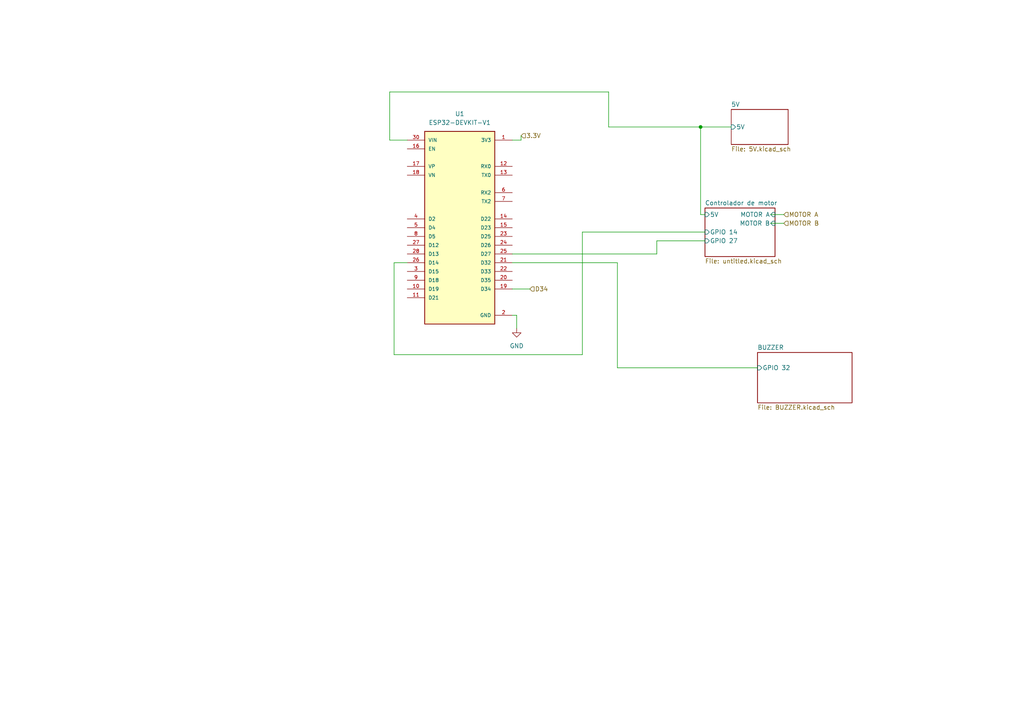
<source format=kicad_sch>
(kicad_sch
	(version 20250114)
	(generator "eeschema")
	(generator_version "9.0")
	(uuid "315e0a2c-fa2b-47b9-9379-a0107ecfaa24")
	(paper "A4")
	(lib_symbols
		(symbol "ESP32-DEVKIT-V1:ESP32-DEVKIT-V1"
			(pin_names
				(offset 1.016)
			)
			(exclude_from_sim no)
			(in_bom yes)
			(on_board yes)
			(property "Reference" "U"
				(at -10.16 30.48 0)
				(effects
					(font
						(size 1.27 1.27)
					)
					(justify left top)
				)
			)
			(property "Value" "ESP32-DEVKIT-V1"
				(at -10.16 -30.48 0)
				(effects
					(font
						(size 1.27 1.27)
					)
					(justify left bottom)
				)
			)
			(property "Footprint" "ESP32-DEVKIT-V1:MODULE_ESP32_DEVKIT_V1"
				(at 0 0 0)
				(effects
					(font
						(size 1.27 1.27)
					)
					(justify bottom)
					(hide yes)
				)
			)
			(property "Datasheet" ""
				(at 0 0 0)
				(effects
					(font
						(size 1.27 1.27)
					)
					(hide yes)
				)
			)
			(property "Description" ""
				(at 0 0 0)
				(effects
					(font
						(size 1.27 1.27)
					)
					(hide yes)
				)
			)
			(property "MF" "Do it"
				(at 0 0 0)
				(effects
					(font
						(size 1.27 1.27)
					)
					(justify bottom)
					(hide yes)
				)
			)
			(property "MAXIMUM_PACKAGE_HEIGHT" "6.8 mm"
				(at 0 0 0)
				(effects
					(font
						(size 1.27 1.27)
					)
					(justify bottom)
					(hide yes)
				)
			)
			(property "Package" "None"
				(at 0 0 0)
				(effects
					(font
						(size 1.27 1.27)
					)
					(justify bottom)
					(hide yes)
				)
			)
			(property "Price" "None"
				(at 0 0 0)
				(effects
					(font
						(size 1.27 1.27)
					)
					(justify bottom)
					(hide yes)
				)
			)
			(property "Check_prices" "https://www.snapeda.com/parts/ESP32-DEVKIT-V1/Do+it/view-part/?ref=eda"
				(at 0 0 0)
				(effects
					(font
						(size 1.27 1.27)
					)
					(justify bottom)
					(hide yes)
				)
			)
			(property "STANDARD" "Manufacturer Recommendations"
				(at 0 0 0)
				(effects
					(font
						(size 1.27 1.27)
					)
					(justify bottom)
					(hide yes)
				)
			)
			(property "PARTREV" "N/A"
				(at 0 0 0)
				(effects
					(font
						(size 1.27 1.27)
					)
					(justify bottom)
					(hide yes)
				)
			)
			(property "SnapEDA_Link" "https://www.snapeda.com/parts/ESP32-DEVKIT-V1/Do+it/view-part/?ref=snap"
				(at 0 0 0)
				(effects
					(font
						(size 1.27 1.27)
					)
					(justify bottom)
					(hide yes)
				)
			)
			(property "MP" "ESP32-DEVKIT-V1"
				(at 0 0 0)
				(effects
					(font
						(size 1.27 1.27)
					)
					(justify bottom)
					(hide yes)
				)
			)
			(property "Description_1" "Dual core, Wi-Fi: 2.4 GHz up to 150 Mbits/s,BLE (Bluetooth Low Energy) and legacy Bluetooth, 32 bits, Up to 240 MHz"
				(at 0 0 0)
				(effects
					(font
						(size 1.27 1.27)
					)
					(justify bottom)
					(hide yes)
				)
			)
			(property "Availability" "Not in stock"
				(at 0 0 0)
				(effects
					(font
						(size 1.27 1.27)
					)
					(justify bottom)
					(hide yes)
				)
			)
			(property "MANUFACTURER" "DOIT"
				(at 0 0 0)
				(effects
					(font
						(size 1.27 1.27)
					)
					(justify bottom)
					(hide yes)
				)
			)
			(symbol "ESP32-DEVKIT-V1_0_0"
				(rectangle
					(start -10.16 -27.94)
					(end 10.16 27.94)
					(stroke
						(width 0.254)
						(type default)
					)
					(fill
						(type background)
					)
				)
				(pin input line
					(at -15.24 25.4 0)
					(length 5.08)
					(name "VIN"
						(effects
							(font
								(size 1.016 1.016)
							)
						)
					)
					(number "30"
						(effects
							(font
								(size 1.016 1.016)
							)
						)
					)
				)
				(pin input line
					(at -15.24 22.86 0)
					(length 5.08)
					(name "EN"
						(effects
							(font
								(size 1.016 1.016)
							)
						)
					)
					(number "16"
						(effects
							(font
								(size 1.016 1.016)
							)
						)
					)
				)
				(pin bidirectional line
					(at -15.24 17.78 0)
					(length 5.08)
					(name "VP"
						(effects
							(font
								(size 1.016 1.016)
							)
						)
					)
					(number "17"
						(effects
							(font
								(size 1.016 1.016)
							)
						)
					)
				)
				(pin bidirectional line
					(at -15.24 15.24 0)
					(length 5.08)
					(name "VN"
						(effects
							(font
								(size 1.016 1.016)
							)
						)
					)
					(number "18"
						(effects
							(font
								(size 1.016 1.016)
							)
						)
					)
				)
				(pin bidirectional line
					(at -15.24 2.54 0)
					(length 5.08)
					(name "D2"
						(effects
							(font
								(size 1.016 1.016)
							)
						)
					)
					(number "4"
						(effects
							(font
								(size 1.016 1.016)
							)
						)
					)
				)
				(pin bidirectional line
					(at -15.24 0 0)
					(length 5.08)
					(name "D4"
						(effects
							(font
								(size 1.016 1.016)
							)
						)
					)
					(number "5"
						(effects
							(font
								(size 1.016 1.016)
							)
						)
					)
				)
				(pin bidirectional line
					(at -15.24 -2.54 0)
					(length 5.08)
					(name "D5"
						(effects
							(font
								(size 1.016 1.016)
							)
						)
					)
					(number "8"
						(effects
							(font
								(size 1.016 1.016)
							)
						)
					)
				)
				(pin bidirectional line
					(at -15.24 -5.08 0)
					(length 5.08)
					(name "D12"
						(effects
							(font
								(size 1.016 1.016)
							)
						)
					)
					(number "27"
						(effects
							(font
								(size 1.016 1.016)
							)
						)
					)
				)
				(pin bidirectional line
					(at -15.24 -7.62 0)
					(length 5.08)
					(name "D13"
						(effects
							(font
								(size 1.016 1.016)
							)
						)
					)
					(number "28"
						(effects
							(font
								(size 1.016 1.016)
							)
						)
					)
				)
				(pin bidirectional line
					(at -15.24 -10.16 0)
					(length 5.08)
					(name "D14"
						(effects
							(font
								(size 1.016 1.016)
							)
						)
					)
					(number "26"
						(effects
							(font
								(size 1.016 1.016)
							)
						)
					)
				)
				(pin bidirectional line
					(at -15.24 -12.7 0)
					(length 5.08)
					(name "D15"
						(effects
							(font
								(size 1.016 1.016)
							)
						)
					)
					(number "3"
						(effects
							(font
								(size 1.016 1.016)
							)
						)
					)
				)
				(pin bidirectional line
					(at -15.24 -15.24 0)
					(length 5.08)
					(name "D18"
						(effects
							(font
								(size 1.016 1.016)
							)
						)
					)
					(number "9"
						(effects
							(font
								(size 1.016 1.016)
							)
						)
					)
				)
				(pin bidirectional line
					(at -15.24 -17.78 0)
					(length 5.08)
					(name "D19"
						(effects
							(font
								(size 1.016 1.016)
							)
						)
					)
					(number "10"
						(effects
							(font
								(size 1.016 1.016)
							)
						)
					)
				)
				(pin bidirectional line
					(at -15.24 -20.32 0)
					(length 5.08)
					(name "D21"
						(effects
							(font
								(size 1.016 1.016)
							)
						)
					)
					(number "11"
						(effects
							(font
								(size 1.016 1.016)
							)
						)
					)
				)
				(pin output line
					(at 15.24 25.4 180)
					(length 5.08)
					(name "3V3"
						(effects
							(font
								(size 1.016 1.016)
							)
						)
					)
					(number "1"
						(effects
							(font
								(size 1.016 1.016)
							)
						)
					)
				)
				(pin input line
					(at 15.24 17.78 180)
					(length 5.08)
					(name "RX0"
						(effects
							(font
								(size 1.016 1.016)
							)
						)
					)
					(number "12"
						(effects
							(font
								(size 1.016 1.016)
							)
						)
					)
				)
				(pin output line
					(at 15.24 15.24 180)
					(length 5.08)
					(name "TX0"
						(effects
							(font
								(size 1.016 1.016)
							)
						)
					)
					(number "13"
						(effects
							(font
								(size 1.016 1.016)
							)
						)
					)
				)
				(pin input line
					(at 15.24 10.16 180)
					(length 5.08)
					(name "RX2"
						(effects
							(font
								(size 1.016 1.016)
							)
						)
					)
					(number "6"
						(effects
							(font
								(size 1.016 1.016)
							)
						)
					)
				)
				(pin output line
					(at 15.24 7.62 180)
					(length 5.08)
					(name "TX2"
						(effects
							(font
								(size 1.016 1.016)
							)
						)
					)
					(number "7"
						(effects
							(font
								(size 1.016 1.016)
							)
						)
					)
				)
				(pin bidirectional line
					(at 15.24 2.54 180)
					(length 5.08)
					(name "D22"
						(effects
							(font
								(size 1.016 1.016)
							)
						)
					)
					(number "14"
						(effects
							(font
								(size 1.016 1.016)
							)
						)
					)
				)
				(pin bidirectional line
					(at 15.24 0 180)
					(length 5.08)
					(name "D23"
						(effects
							(font
								(size 1.016 1.016)
							)
						)
					)
					(number "15"
						(effects
							(font
								(size 1.016 1.016)
							)
						)
					)
				)
				(pin bidirectional line
					(at 15.24 -2.54 180)
					(length 5.08)
					(name "D25"
						(effects
							(font
								(size 1.016 1.016)
							)
						)
					)
					(number "23"
						(effects
							(font
								(size 1.016 1.016)
							)
						)
					)
				)
				(pin bidirectional line
					(at 15.24 -5.08 180)
					(length 5.08)
					(name "D26"
						(effects
							(font
								(size 1.016 1.016)
							)
						)
					)
					(number "24"
						(effects
							(font
								(size 1.016 1.016)
							)
						)
					)
				)
				(pin bidirectional line
					(at 15.24 -7.62 180)
					(length 5.08)
					(name "D27"
						(effects
							(font
								(size 1.016 1.016)
							)
						)
					)
					(number "25"
						(effects
							(font
								(size 1.016 1.016)
							)
						)
					)
				)
				(pin bidirectional line
					(at 15.24 -10.16 180)
					(length 5.08)
					(name "D32"
						(effects
							(font
								(size 1.016 1.016)
							)
						)
					)
					(number "21"
						(effects
							(font
								(size 1.016 1.016)
							)
						)
					)
				)
				(pin bidirectional line
					(at 15.24 -12.7 180)
					(length 5.08)
					(name "D33"
						(effects
							(font
								(size 1.016 1.016)
							)
						)
					)
					(number "22"
						(effects
							(font
								(size 1.016 1.016)
							)
						)
					)
				)
				(pin bidirectional line
					(at 15.24 -15.24 180)
					(length 5.08)
					(name "D35"
						(effects
							(font
								(size 1.016 1.016)
							)
						)
					)
					(number "20"
						(effects
							(font
								(size 1.016 1.016)
							)
						)
					)
				)
				(pin bidirectional line
					(at 15.24 -17.78 180)
					(length 5.08)
					(name "D34"
						(effects
							(font
								(size 1.016 1.016)
							)
						)
					)
					(number "19"
						(effects
							(font
								(size 1.016 1.016)
							)
						)
					)
				)
				(pin power_in line
					(at 15.24 -25.4 180)
					(length 5.08)
					(name "GND"
						(effects
							(font
								(size 1.016 1.016)
							)
						)
					)
					(number "2"
						(effects
							(font
								(size 1.016 1.016)
							)
						)
					)
				)
				(pin power_in line
					(at 15.24 -25.4 180)
					(length 5.08)
					(hide yes)
					(name "GND"
						(effects
							(font
								(size 1.016 1.016)
							)
						)
					)
					(number "29"
						(effects
							(font
								(size 1.016 1.016)
							)
						)
					)
				)
			)
			(embedded_fonts no)
		)
		(symbol "power:GND"
			(power)
			(pin_numbers
				(hide yes)
			)
			(pin_names
				(offset 0)
				(hide yes)
			)
			(exclude_from_sim no)
			(in_bom yes)
			(on_board yes)
			(property "Reference" "#PWR"
				(at 0 -6.35 0)
				(effects
					(font
						(size 1.27 1.27)
					)
					(hide yes)
				)
			)
			(property "Value" "GND"
				(at 0 -3.81 0)
				(effects
					(font
						(size 1.27 1.27)
					)
				)
			)
			(property "Footprint" ""
				(at 0 0 0)
				(effects
					(font
						(size 1.27 1.27)
					)
					(hide yes)
				)
			)
			(property "Datasheet" ""
				(at 0 0 0)
				(effects
					(font
						(size 1.27 1.27)
					)
					(hide yes)
				)
			)
			(property "Description" "Power symbol creates a global label with name \"GND\" , ground"
				(at 0 0 0)
				(effects
					(font
						(size 1.27 1.27)
					)
					(hide yes)
				)
			)
			(property "ki_keywords" "global power"
				(at 0 0 0)
				(effects
					(font
						(size 1.27 1.27)
					)
					(hide yes)
				)
			)
			(symbol "GND_0_1"
				(polyline
					(pts
						(xy 0 0) (xy 0 -1.27) (xy 1.27 -1.27) (xy 0 -2.54) (xy -1.27 -1.27) (xy 0 -1.27)
					)
					(stroke
						(width 0)
						(type default)
					)
					(fill
						(type none)
					)
				)
			)
			(symbol "GND_1_1"
				(pin power_in line
					(at 0 0 270)
					(length 0)
					(name "~"
						(effects
							(font
								(size 1.27 1.27)
							)
						)
					)
					(number "1"
						(effects
							(font
								(size 1.27 1.27)
							)
						)
					)
				)
			)
			(embedded_fonts no)
		)
	)
	(junction
		(at 203.2 36.83)
		(diameter 0)
		(color 0 0 0 0)
		(uuid "c7585976-8164-4c2c-b786-a48411cc0f5e")
	)
	(wire
		(pts
			(xy 190.5 73.66) (xy 148.59 73.66)
		)
		(stroke
			(width 0)
			(type default)
		)
		(uuid "0f3b483d-cd7d-44f6-ad9f-b6c3e1e43f55")
	)
	(wire
		(pts
			(xy 148.59 91.44) (xy 149.86 91.44)
		)
		(stroke
			(width 0)
			(type default)
		)
		(uuid "2b5bfec3-68f9-445f-be9c-86775ee80f5a")
	)
	(wire
		(pts
			(xy 149.86 91.44) (xy 149.86 95.25)
		)
		(stroke
			(width 0)
			(type default)
		)
		(uuid "311b7e0e-3fef-4fa5-add8-86d92c7be26b")
	)
	(wire
		(pts
			(xy 168.91 102.87) (xy 114.3 102.87)
		)
		(stroke
			(width 0)
			(type default)
		)
		(uuid "32da2e1b-051e-4873-b07e-67b031a362f2")
	)
	(wire
		(pts
			(xy 148.59 76.2) (xy 179.07 76.2)
		)
		(stroke
			(width 0)
			(type default)
		)
		(uuid "48ef774f-b88a-4a9c-8632-3b80bc5a14fd")
	)
	(wire
		(pts
			(xy 179.07 76.2) (xy 179.07 106.68)
		)
		(stroke
			(width 0)
			(type default)
		)
		(uuid "4b7a699f-d36e-4efa-834f-665cd2472fa5")
	)
	(wire
		(pts
			(xy 113.03 26.67) (xy 113.03 40.64)
		)
		(stroke
			(width 0)
			(type default)
		)
		(uuid "5297d503-c422-4d12-bbd8-ed9bf37b3a3a")
	)
	(wire
		(pts
			(xy 176.53 36.83) (xy 176.53 26.67)
		)
		(stroke
			(width 0)
			(type default)
		)
		(uuid "529dd67c-01d4-44e2-9085-d1243099a27a")
	)
	(wire
		(pts
			(xy 204.47 62.23) (xy 203.2 62.23)
		)
		(stroke
			(width 0)
			(type default)
		)
		(uuid "5324c449-0c91-444f-8a7f-13ad46ed17c9")
	)
	(wire
		(pts
			(xy 176.53 26.67) (xy 113.03 26.67)
		)
		(stroke
			(width 0)
			(type default)
		)
		(uuid "57e84beb-4ee0-4522-aa0e-72f11247857b")
	)
	(wire
		(pts
			(xy 190.5 69.85) (xy 190.5 73.66)
		)
		(stroke
			(width 0)
			(type default)
		)
		(uuid "6d9ff424-84ea-4b87-862b-5f1e020c27ec")
	)
	(wire
		(pts
			(xy 204.47 69.85) (xy 190.5 69.85)
		)
		(stroke
			(width 0)
			(type default)
		)
		(uuid "6dadabb7-0cce-4dfb-a812-2a14d4c8ddab")
	)
	(wire
		(pts
			(xy 203.2 62.23) (xy 203.2 36.83)
		)
		(stroke
			(width 0)
			(type default)
		)
		(uuid "86e695a1-6b6f-4106-a6f5-4ea84601fd14")
	)
	(wire
		(pts
			(xy 148.59 83.82) (xy 153.67 83.82)
		)
		(stroke
			(width 0)
			(type default)
		)
		(uuid "909be7a4-3e63-4a08-bd4f-6ab330296b06")
	)
	(wire
		(pts
			(xy 212.09 36.83) (xy 203.2 36.83)
		)
		(stroke
			(width 0)
			(type default)
		)
		(uuid "90e13768-02b4-48b3-95f3-5ba4b5cfab97")
	)
	(wire
		(pts
			(xy 179.07 106.68) (xy 219.71 106.68)
		)
		(stroke
			(width 0)
			(type default)
		)
		(uuid "92f71763-9e99-45f7-820e-ae7f0933a905")
	)
	(wire
		(pts
			(xy 168.91 67.31) (xy 168.91 102.87)
		)
		(stroke
			(width 0)
			(type default)
		)
		(uuid "9704f1de-0c2d-45cf-a9b5-1c540c250107")
	)
	(wire
		(pts
			(xy 203.2 36.83) (xy 176.53 36.83)
		)
		(stroke
			(width 0)
			(type default)
		)
		(uuid "a4b9f5fd-6fa8-49a0-b684-903e840c691c")
	)
	(wire
		(pts
			(xy 113.03 40.64) (xy 118.11 40.64)
		)
		(stroke
			(width 0)
			(type default)
		)
		(uuid "b350ce34-8843-4f8a-9c3f-f11e045e7396")
	)
	(wire
		(pts
			(xy 223.52 62.23) (xy 227.33 62.23)
		)
		(stroke
			(width 0)
			(type default)
		)
		(uuid "b387f288-9c0f-4da7-8b0b-024cd2d54f24")
	)
	(wire
		(pts
			(xy 223.52 64.77) (xy 227.33 64.77)
		)
		(stroke
			(width 0)
			(type default)
		)
		(uuid "b8585f98-71cd-4e6d-88b3-f4df54f4a1d8")
	)
	(wire
		(pts
			(xy 204.47 67.31) (xy 168.91 67.31)
		)
		(stroke
			(width 0)
			(type default)
		)
		(uuid "cbaa7dc6-802f-4bef-8dd7-f493ca3d77c1")
	)
	(wire
		(pts
			(xy 114.3 76.2) (xy 118.11 76.2)
		)
		(stroke
			(width 0)
			(type default)
		)
		(uuid "d6bd9a85-2f34-4966-a113-58782d3dd001")
	)
	(wire
		(pts
			(xy 114.3 102.87) (xy 114.3 76.2)
		)
		(stroke
			(width 0)
			(type default)
		)
		(uuid "e9390a1a-489e-4bc3-b28e-c8a1ea4b542e")
	)
	(wire
		(pts
			(xy 151.13 40.64) (xy 151.13 39.37)
		)
		(stroke
			(width 0)
			(type default)
		)
		(uuid "fbe3ff3f-3796-4feb-8eed-c79ba98d0085")
	)
	(wire
		(pts
			(xy 148.59 40.64) (xy 151.13 40.64)
		)
		(stroke
			(width 0)
			(type default)
		)
		(uuid "fde0277e-89ea-4930-b79a-0ceba5b0509f")
	)
	(hierarchical_label "D34"
		(shape input)
		(at 153.67 83.82 0)
		(effects
			(font
				(size 1.27 1.27)
			)
			(justify left)
		)
		(uuid "00c1d251-74ff-4caa-8591-673649c09b22")
	)
	(hierarchical_label "MOTOR A"
		(shape input)
		(at 227.33 62.23 0)
		(effects
			(font
				(size 1.27 1.27)
			)
			(justify left)
		)
		(uuid "748aae23-7b8a-4e4e-aad5-b576d1a69490")
	)
	(hierarchical_label "3.3V"
		(shape input)
		(at 151.13 39.37 0)
		(effects
			(font
				(size 1.27 1.27)
			)
			(justify left)
		)
		(uuid "8b9a3b73-1cb6-4273-8614-c00283773d69")
	)
	(hierarchical_label "MOTOR B"
		(shape input)
		(at 227.33 64.77 0)
		(effects
			(font
				(size 1.27 1.27)
			)
			(justify left)
		)
		(uuid "b55a90e1-b390-4496-9562-bd26ddef3d83")
	)
	(symbol
		(lib_id "power:GND")
		(at 149.86 95.25 0)
		(mirror y)
		(unit 1)
		(exclude_from_sim no)
		(in_bom yes)
		(on_board yes)
		(dnp no)
		(fields_autoplaced yes)
		(uuid "1bdc0853-474c-43da-82fc-e8404b741354")
		(property "Reference" "#PWR017"
			(at 149.86 101.6 0)
			(effects
				(font
					(size 1.27 1.27)
				)
				(hide yes)
			)
		)
		(property "Value" "GND"
			(at 149.86 100.33 0)
			(effects
				(font
					(size 1.27 1.27)
				)
			)
		)
		(property "Footprint" ""
			(at 149.86 95.25 0)
			(effects
				(font
					(size 1.27 1.27)
				)
				(hide yes)
			)
		)
		(property "Datasheet" ""
			(at 149.86 95.25 0)
			(effects
				(font
					(size 1.27 1.27)
				)
				(hide yes)
			)
		)
		(property "Description" "Power symbol creates a global label with name \"GND\" , ground"
			(at 149.86 95.25 0)
			(effects
				(font
					(size 1.27 1.27)
				)
				(hide yes)
			)
		)
		(pin "1"
			(uuid "d6396698-fbc3-4d64-8ffd-86aacd8da4f9")
		)
		(instances
			(project "Mano"
				(path "/6a2a9fca-79fe-498d-bfd5-926b250faf65/280e6bf0-7e20-4f19-86d2-dbb487803ee9"
					(reference "#PWR017")
					(unit 1)
				)
			)
		)
	)
	(symbol
		(lib_id "ESP32-DEVKIT-V1:ESP32-DEVKIT-V1")
		(at 133.35 66.04 0)
		(unit 1)
		(exclude_from_sim no)
		(in_bom yes)
		(on_board yes)
		(dnp no)
		(fields_autoplaced yes)
		(uuid "a74fd929-4399-45da-ac1d-44adf8a8f45b")
		(property "Reference" "U1"
			(at 133.35 33.02 0)
			(effects
				(font
					(size 1.27 1.27)
				)
			)
		)
		(property "Value" "ESP32-DEVKIT-V1"
			(at 133.35 35.56 0)
			(effects
				(font
					(size 1.27 1.27)
				)
			)
		)
		(property "Footprint" "ESP32-DEVKIT-V1:MODULE_ESP32_DEVKIT_V1"
			(at 133.35 66.04 0)
			(effects
				(font
					(size 1.27 1.27)
				)
				(justify bottom)
				(hide yes)
			)
		)
		(property "Datasheet" ""
			(at 133.35 66.04 0)
			(effects
				(font
					(size 1.27 1.27)
				)
				(hide yes)
			)
		)
		(property "Description" ""
			(at 133.35 66.04 0)
			(effects
				(font
					(size 1.27 1.27)
				)
				(hide yes)
			)
		)
		(property "MF" "Do it"
			(at 133.35 66.04 0)
			(effects
				(font
					(size 1.27 1.27)
				)
				(justify bottom)
				(hide yes)
			)
		)
		(property "MAXIMUM_PACKAGE_HEIGHT" "6.8 mm"
			(at 133.35 66.04 0)
			(effects
				(font
					(size 1.27 1.27)
				)
				(justify bottom)
				(hide yes)
			)
		)
		(property "Package" "None"
			(at 133.35 66.04 0)
			(effects
				(font
					(size 1.27 1.27)
				)
				(justify bottom)
				(hide yes)
			)
		)
		(property "Price" "None"
			(at 133.35 66.04 0)
			(effects
				(font
					(size 1.27 1.27)
				)
				(justify bottom)
				(hide yes)
			)
		)
		(property "Check_prices" "https://www.snapeda.com/parts/ESP32-DEVKIT-V1/Do+it/view-part/?ref=eda"
			(at 133.35 66.04 0)
			(effects
				(font
					(size 1.27 1.27)
				)
				(justify bottom)
				(hide yes)
			)
		)
		(property "STANDARD" "Manufacturer Recommendations"
			(at 133.35 66.04 0)
			(effects
				(font
					(size 1.27 1.27)
				)
				(justify bottom)
				(hide yes)
			)
		)
		(property "PARTREV" "N/A"
			(at 133.35 66.04 0)
			(effects
				(font
					(size 1.27 1.27)
				)
				(justify bottom)
				(hide yes)
			)
		)
		(property "SnapEDA_Link" "https://www.snapeda.com/parts/ESP32-DEVKIT-V1/Do+it/view-part/?ref=snap"
			(at 133.35 66.04 0)
			(effects
				(font
					(size 1.27 1.27)
				)
				(justify bottom)
				(hide yes)
			)
		)
		(property "MP" "ESP32-DEVKIT-V1"
			(at 133.35 66.04 0)
			(effects
				(font
					(size 1.27 1.27)
				)
				(justify bottom)
				(hide yes)
			)
		)
		(property "Description_1" "Dual core, Wi-Fi: 2.4 GHz up to 150 Mbits/s,BLE (Bluetooth Low Energy) and legacy Bluetooth, 32 bits, Up to 240 MHz"
			(at 133.35 66.04 0)
			(effects
				(font
					(size 1.27 1.27)
				)
				(justify bottom)
				(hide yes)
			)
		)
		(property "Availability" "Not in stock"
			(at 133.35 66.04 0)
			(effects
				(font
					(size 1.27 1.27)
				)
				(justify bottom)
				(hide yes)
			)
		)
		(property "MANUFACTURER" "DOIT"
			(at 133.35 66.04 0)
			(effects
				(font
					(size 1.27 1.27)
				)
				(justify bottom)
				(hide yes)
			)
		)
		(pin "16"
			(uuid "9333fb5b-f053-4ff3-acc1-74d1d6d1e04a")
		)
		(pin "30"
			(uuid "36865c4c-4884-4bd5-8b62-ad17242ca476")
		)
		(pin "17"
			(uuid "fa0c7241-184f-41be-9887-ce53ba36035d")
		)
		(pin "4"
			(uuid "d5aee906-df2d-46ae-b116-e5f9aa3898dc")
		)
		(pin "27"
			(uuid "6adad574-5fac-42e4-968d-bc35b7c57156")
		)
		(pin "5"
			(uuid "f0338bbb-9241-4d89-b086-e5009b55f559")
		)
		(pin "18"
			(uuid "f4550083-f4e0-41ae-9637-ffad3beeecc7")
		)
		(pin "8"
			(uuid "066e943b-0909-42cd-ba10-ae422e70ad0f")
		)
		(pin "9"
			(uuid "7d940e9f-11d2-479e-9cdf-9a9cc448dd5e")
		)
		(pin "1"
			(uuid "42150315-cfee-4b3f-8f7f-1eef2bf10368")
		)
		(pin "12"
			(uuid "59d042a9-8e73-42bb-bfed-fe8aeade0e62")
		)
		(pin "13"
			(uuid "573e8d22-75f6-4551-9ef1-2eb573bdb2ca")
		)
		(pin "15"
			(uuid "9a7c2857-fbfa-4ab4-b3a0-097639a48151")
		)
		(pin "28"
			(uuid "97b7a64b-6225-4fe8-a5f9-b07f847f9533")
		)
		(pin "6"
			(uuid "fc32af5e-b8e0-491d-836e-b360d610c0e7")
		)
		(pin "23"
			(uuid "2bddb799-cb7b-4a1b-a9a4-2cb1ec5c370a")
		)
		(pin "7"
			(uuid "538f19c1-10df-4ba8-8a0f-f295b42fa564")
		)
		(pin "25"
			(uuid "cc2cde53-dce7-4e64-9646-555830d905fd")
		)
		(pin "22"
			(uuid "57817e24-28aa-40cd-887f-ae7e9a56a37b")
		)
		(pin "20"
			(uuid "1ff62ecd-e45a-4871-8745-c72cceeaa3c7")
		)
		(pin "10"
			(uuid "0183763a-384b-404e-9eff-a20a88b01e75")
		)
		(pin "19"
			(uuid "0a9ac307-3d3a-4c6d-95ce-09da9256751f")
		)
		(pin "24"
			(uuid "c6f53a0d-9142-4ca9-afae-e99421b42d68")
		)
		(pin "26"
			(uuid "91332c1a-2ce4-4cf9-9f90-4248871a90f8")
		)
		(pin "21"
			(uuid "fa093ddc-2a81-4ffc-9a0a-514afd87a7b2")
		)
		(pin "14"
			(uuid "1c687f65-ba59-4fc8-84b9-57ddc58fa8d5")
		)
		(pin "3"
			(uuid "6ab181f4-a7a5-42fa-8060-03ba2fd38f46")
		)
		(pin "2"
			(uuid "6c1cb444-3495-4176-b1dd-ecdcfd4faec9")
		)
		(pin "11"
			(uuid "8a4a77b5-be5a-480f-83f0-5168e1a75d8f")
		)
		(pin "29"
			(uuid "260a4858-ec7d-4240-bf96-9fc044de1e61")
		)
		(instances
			(project ""
				(path "/6a2a9fca-79fe-498d-bfd5-926b250faf65/280e6bf0-7e20-4f19-86d2-dbb487803ee9"
					(reference "U1")
					(unit 1)
				)
			)
		)
	)
	(sheet
		(at 212.09 31.75)
		(size 16.51 10.16)
		(exclude_from_sim no)
		(in_bom yes)
		(on_board yes)
		(dnp no)
		(fields_autoplaced yes)
		(stroke
			(width 0.1524)
			(type solid)
		)
		(fill
			(color 0 0 0 0.0000)
		)
		(uuid "838096d0-34ea-465a-a26a-8e77724b6abe")
		(property "Sheetname" "5V"
			(at 212.09 31.0384 0)
			(effects
				(font
					(size 1.27 1.27)
				)
				(justify left bottom)
			)
		)
		(property "Sheetfile" "5V.kicad_sch"
			(at 212.09 42.4946 0)
			(effects
				(font
					(size 1.27 1.27)
				)
				(justify left top)
			)
		)
		(pin "5V" input
			(at 212.09 36.83 180)
			(uuid "1b89ab90-d7a0-4466-89b7-f67830382850")
			(effects
				(font
					(size 1.27 1.27)
				)
				(justify left)
			)
		)
		(instances
			(project "Mano"
				(path "/6a2a9fca-79fe-498d-bfd5-926b250faf65/280e6bf0-7e20-4f19-86d2-dbb487803ee9"
					(page "3")
				)
			)
		)
	)
	(sheet
		(at 204.47 60.325)
		(size 20.32 14.097)
		(exclude_from_sim no)
		(in_bom yes)
		(on_board yes)
		(dnp no)
		(fields_autoplaced yes)
		(stroke
			(width 0.1524)
			(type solid)
		)
		(fill
			(color 0 0 0 0.0000)
		)
		(uuid "a7b96772-7640-474b-9e2c-fe7c0b573420")
		(property "Sheetname" "Controlador de motor"
			(at 204.47 59.6134 0)
			(effects
				(font
					(size 1.27 1.27)
				)
				(justify left bottom)
			)
		)
		(property "Sheetfile" "untitled.kicad_sch"
			(at 204.47 75.0066 0)
			(effects
				(font
					(size 1.27 1.27)
				)
				(justify left top)
			)
		)
		(pin "5V" input
			(at 204.47 62.23 180)
			(uuid "f84a9ae9-b964-4d0d-b732-5a7b531d21e0")
			(effects
				(font
					(size 1.27 1.27)
				)
				(justify left)
			)
		)
		(pin "MOTOR A" input
			(at 224.79 62.23 0)
			(uuid "56e9f80e-b663-48a2-95dc-bc7012ffc4de")
			(effects
				(font
					(size 1.27 1.27)
				)
				(justify right)
			)
		)
		(pin "MOTOR B" input
			(at 224.79 64.77 0)
			(uuid "9c4dcd93-a1ba-4160-b9bc-1c4225be53ee")
			(effects
				(font
					(size 1.27 1.27)
				)
				(justify right)
			)
		)
		(pin "GPIO 14" input
			(at 204.47 67.31 180)
			(uuid "f1919ce7-a574-410c-8894-6a64c608c83f")
			(effects
				(font
					(size 1.27 1.27)
				)
				(justify left)
			)
		)
		(pin "GPIO 27" input
			(at 204.47 69.85 180)
			(uuid "3d13336f-b482-46b6-a272-774afb5892bd")
			(effects
				(font
					(size 1.27 1.27)
				)
				(justify left)
			)
		)
		(instances
			(project "Mano"
				(path "/6a2a9fca-79fe-498d-bfd5-926b250faf65/280e6bf0-7e20-4f19-86d2-dbb487803ee9"
					(page "4")
				)
			)
		)
	)
	(sheet
		(at 219.71 102.235)
		(size 27.432 14.605)
		(exclude_from_sim no)
		(in_bom yes)
		(on_board yes)
		(dnp no)
		(fields_autoplaced yes)
		(stroke
			(width 0.1524)
			(type solid)
		)
		(fill
			(color 0 0 0 0.0000)
		)
		(uuid "da6b20a4-13cd-4327-b1bb-7a17b16b1ff1")
		(property "Sheetname" "BUZZER"
			(at 219.71 101.5234 0)
			(effects
				(font
					(size 1.27 1.27)
				)
				(justify left bottom)
			)
		)
		(property "Sheetfile" "BUZZER.kicad_sch"
			(at 219.71 117.4246 0)
			(effects
				(font
					(size 1.27 1.27)
				)
				(justify left top)
			)
		)
		(pin "GPIO 32" input
			(at 219.71 106.68 180)
			(uuid "14ccc5fa-08b1-4676-a9f5-9f426ebaec43")
			(effects
				(font
					(size 1.27 1.27)
				)
				(justify left)
			)
		)
		(instances
			(project "Mano"
				(path "/6a2a9fca-79fe-498d-bfd5-926b250faf65/280e6bf0-7e20-4f19-86d2-dbb487803ee9"
					(page "5")
				)
			)
		)
	)
)

</source>
